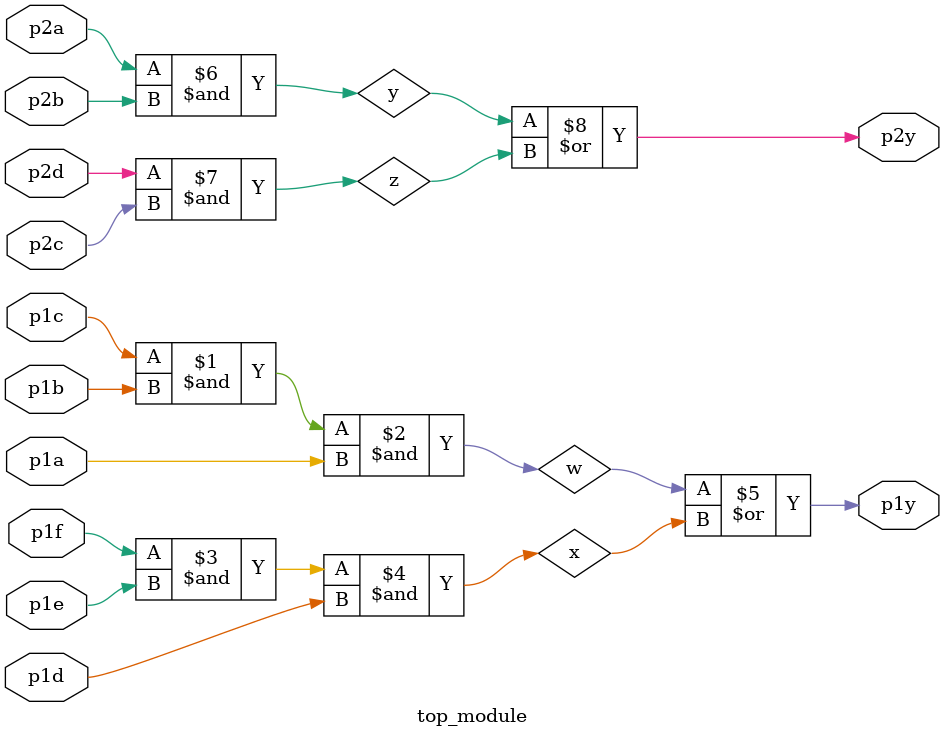
<source format=v>
module top_module ( 
    input p1a, p1b, p1c, p1d, p1e, p1f,
    output p1y,
    input p2a, p2b, p2c, p2d,
    output p2y );
    wire w,x,y,z;
    assign w=(p1c&p1b&p1a);
    assign x=(p1f&p1e&p1d);
    assign p1y=w|x;
    assign y=p2a&p2b;
    assign z=p2d&p2c;
    assign p2y=y|z;

endmodule

</source>
